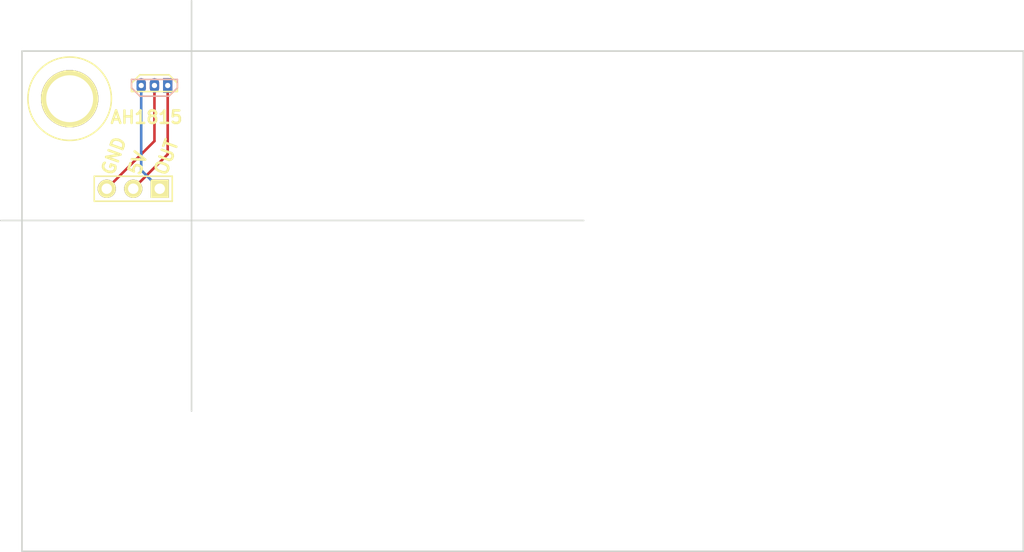
<source format=kicad_pcb>
(kicad_pcb (version 4) (host pcbnew 4.0.7-e2-6376~58~ubuntu16.04.1)

  (general
    (links 3)
    (no_connects 0)
    (area 19.924999 19.924999 116.075001 68.075001)
    (thickness 1.6)
    (drawings 10)
    (tracks 6)
    (zones 0)
    (modules 3)
    (nets 4)
  )

  (page User 150.012 119.99)
  (title_block
    (title "Splitflap sensor board")
    (company "Scott Bezek")
    (comment 1 https://github.com/scottbez1/splitflap)
  )

  (layers
    (0 F.Cu signal)
    (31 B.Cu signal)
    (32 B.Adhes user)
    (33 F.Adhes user)
    (34 B.Paste user)
    (35 F.Paste user)
    (36 B.SilkS user)
    (37 F.SilkS user)
    (38 B.Mask user)
    (39 F.Mask user)
    (40 Dwgs.User user)
    (41 Cmts.User user)
    (42 Eco1.User user)
    (43 Eco2.User user)
    (44 Edge.Cuts user)
    (45 Margin user)
    (46 B.CrtYd user)
    (47 F.CrtYd user)
    (48 B.Fab user)
    (49 F.Fab user)
  )

  (setup
    (last_trace_width 0.25)
    (user_trace_width 0.25)
    (trace_clearance 0.2)
    (zone_clearance 0.508)
    (zone_45_only yes)
    (trace_min 0.2)
    (segment_width 0.2)
    (edge_width 0.15)
    (via_size 0.6)
    (via_drill 0.4)
    (via_min_size 0.4)
    (via_min_drill 0.3)
    (uvia_size 0.3)
    (uvia_drill 0.1)
    (uvias_allowed no)
    (uvia_min_size 0.2)
    (uvia_min_drill 0.1)
    (pcb_text_width 0.3)
    (pcb_text_size 1.5 1.5)
    (mod_edge_width 0.15)
    (mod_text_size 1 1)
    (mod_text_width 0.15)
    (pad_size 9 5.5)
    (pad_drill 8)
    (pad_to_mask_clearance 0.2)
    (aux_axis_origin 0 0)
    (grid_origin 20 20)
    (visible_elements FFFFFF7F)
    (pcbplotparams
      (layerselection 0x010f0_80000001)
      (usegerberextensions false)
      (excludeedgelayer false)
      (linewidth 0.100000)
      (plotframeref true)
      (viasonmask false)
      (mode 1)
      (useauxorigin false)
      (hpglpennumber 1)
      (hpglpenspeed 20)
      (hpglpendiameter 15)
      (hpglpenoverlay 2)
      (psnegative false)
      (psa4output false)
      (plotreference true)
      (plotvalue true)
      (plotinvisibletext false)
      (padsonsilk false)
      (subtractmaskfromsilk false)
      (outputformat 4)
      (mirror false)
      (drillshape 1)
      (scaleselection 1)
      (outputdirectory build/))
  )

  (net 0 "")
  (net 1 "Net-(P1-Pad3)")
  (net 2 "Net-(P1-Pad2)")
  (net 3 "Net-(P1-Pad1)")

  (net_class Default "This is the default net class."
    (clearance 0.2)
    (trace_width 0.25)
    (via_dia 0.6)
    (via_drill 0.4)
    (uvia_dia 0.3)
    (uvia_drill 0.1)
  )

  (net_class 5V ""
    (clearance 0.24)
    (trace_width 0.35)
    (via_dia 0.6)
    (via_drill 0.4)
    (uvia_dia 0.3)
    (uvia_drill 0.1)
  )

  (net_class MOTOR_POWER ""
    (clearance 0.3)
    (trace_width 0.5)
    (via_dia 0.6)
    (via_drill 0.4)
    (uvia_dia 0.3)
    (uvia_drill 0.1)
    (add_net "Net-(P1-Pad1)")
    (add_net "Net-(P1-Pad2)")
    (add_net "Net-(P1-Pad3)")
  )

  (net_class VMOT ""
    (clearance 0.3)
    (trace_width 1)
    (via_dia 0.6)
    (via_drill 0.4)
    (uvia_dia 0.3)
    (uvia_drill 0.1)
  )

  (module PinHeaders:Pin_Header_Straight_1x03 (layer F.Cu) (tedit 5B63E8CD) (tstamp 5B63BF29)
    (at 33.208 33.208 270)
    (descr "Through hole pin header")
    (tags "pin header")
    (path /56499725)
    (fp_text reference P1 (at -2.032 0 360) (layer F.SilkS) hide
      (effects (font (size 1 1) (thickness 0.15)))
    )
    (fp_text value SENSOR (at -2.032 4.318 360) (layer F.Fab) hide
      (effects (font (size 1 1) (thickness 0.15)))
    )
    (fp_line (start -1.2 6.28) (end 1.2 6.28) (layer F.SilkS) (width 0.15))
    (fp_line (start -1.2 -1.2) (end -1.2 6.28) (layer F.SilkS) (width 0.15))
    (fp_line (start 1.2 -1.2) (end 1.2 6.28) (layer F.SilkS) (width 0.15))
    (fp_line (start -1.2 -1.2) (end 1.2 -1.2) (layer F.SilkS) (width 0.15))
    (pad 1 thru_hole rect (at 0 0 270) (size 1.75 1.75) (drill 1) (layers *.Cu *.Mask F.SilkS)
      (net 3 "Net-(P1-Pad1)"))
    (pad 2 thru_hole circle (at 0 2.54 270) (size 1.75 1.75) (drill 1) (layers *.Cu *.Mask F.SilkS)
      (net 2 "Net-(P1-Pad2)"))
    (pad 3 thru_hole circle (at 0 5.08 270) (size 1.75 1.75) (drill 1) (layers *.Cu *.Mask F.SilkS)
      (net 1 "Net-(P1-Pad3)"))
    (model Pin_Headers.3dshapes/Pin_Header_Straight_1x03.wrl
      (at (xyz 0 -0.1 0))
      (scale (xyz 1 1 1))
      (rotate (xyz 0 0 90))
    )
  )

  (module MountingHoles:M4_mount (layer F.Cu) (tedit 566491C2) (tstamp 5B63E58D)
    (at 24.572 24.572)
    (fp_text reference Z1 (at 0 1.7) (layer F.SilkS) hide
      (effects (font (size 1 1) (thickness 0.15)))
    )
    (fp_text value MOUNT (at 0 -1.5) (layer F.Fab) hide
      (effects (font (size 1 1) (thickness 0.15)))
    )
    (fp_circle (center 0 0) (end 4 0) (layer F.SilkS) (width 0.15))
    (pad 1 thru_hole circle (at 0 0) (size 5.5 5.5) (drill 4.5) (layers *.Cu *.Mask F.SilkS)
      (clearance 1.5))
  )

  (module ah1815:AH1815 (layer B.Cu) (tedit 5B63ECD1) (tstamp 5B63BF36)
    (at 32.7 23.302 180)
    (path /5B63B9BC)
    (fp_text reference U1 (at 5.08 1.27 180) (layer B.SilkS) hide
      (effects (font (size 1 1) (thickness 0.15)) (justify mirror))
    )
    (fp_text value AH1815 (at 0 2.54 180) (layer B.Fab) hide
      (effects (font (size 1 1) (thickness 0.15)) (justify mirror))
    )
    (fp_line (start 2.2 -0.58) (end -2.2 -0.58) (layer F.SilkS) (width 0.15))
    (fp_line (start 2.2 0.22) (end 2.2 -0.58) (layer F.SilkS) (width 0.15))
    (fp_line (start -2.2 0.22) (end -2.2 -0.58) (layer F.SilkS) (width 0.15))
    (fp_line (start 2.2 0.22) (end 1.4 1.02) (layer F.SilkS) (width 0.15))
    (fp_line (start -2.2 0.22) (end -1.4 1.02) (layer F.SilkS) (width 0.15))
    (fp_line (start 1.4 1.02) (end -1.4 1.02) (layer F.SilkS) (width 0.15))
    (fp_line (start -1.4 -1.02) (end 1.4 -1.03) (layer B.SilkS) (width 0.15))
    (fp_line (start 2.2 -0.22) (end 1.4 -1.02) (layer B.SilkS) (width 0.15))
    (fp_line (start -2.2 -0.22) (end -1.4 -1.02) (layer B.SilkS) (width 0.15))
    (fp_line (start 2.2 -0.22) (end 2.2 0.58) (layer B.SilkS) (width 0.15))
    (fp_line (start -2.2 -0.22) (end -2.2 0.58) (layer B.SilkS) (width 0.15))
    (fp_line (start -2.2 0.58) (end 2.2 0.58) (layer B.SilkS) (width 0.15))
    (pad 1 thru_hole rect (at -1.27 0 180) (size 0.9 1.4) (drill 0.5) (layers *.Cu *.Mask)
      (net 2 "Net-(P1-Pad2)"))
    (pad 2 thru_hole oval (at 0 0 180) (size 0.9 1.4) (drill 0.5) (layers *.Cu *.Mask)
      (net 1 "Net-(P1-Pad3)"))
    (pad 3 thru_hole oval (at 1.27 0 180) (size 0.9 1.4) (drill 0.5) (layers *.Cu *.Mask)
      (net 3 "Net-(P1-Pad1)"))
  )

  (gr_text AH1815 (at 31.938 26.35) (layer F.SilkS)
    (effects (font (size 1.2 1.2) (thickness 0.24)))
  )
  (gr_text OUT (at 33.208 31.938 70) (layer F.SilkS)
    (effects (font (size 1.2 1.2) (thickness 0.25)) (justify left))
  )
  (gr_text 5V (at 30.668 31.938 70) (layer F.SilkS)
    (effects (font (size 1.2 1.2) (thickness 0.25)) (justify left))
  )
  (gr_text GND (at 28.128 31.938 70) (layer F.SilkS)
    (effects (font (size 1.2 1.2) (thickness 0.25)) (justify left))
  )
  (gr_line (start 36.256 15.174) (end 36.256 54.544) (angle 90) (layer Edge.Cuts) (width 0.15))
  (gr_line (start 17.968 36.256) (end 73.848 36.256) (angle 90) (layer Edge.Cuts) (width 0.15))
  (gr_line (start 116 20) (end 116 68) (angle 90) (layer Edge.Cuts) (width 0.15))
  (gr_line (start 20 68) (end 20 20) (angle 90) (layer Edge.Cuts) (width 0.15))
  (gr_line (start 116 68) (end 20 68) (angle 90) (layer Edge.Cuts) (width 0.15))
  (gr_line (start 20 20) (end 116 20) (angle 90) (layer Edge.Cuts) (width 0.15))

  (segment (start 32.7 23.302) (end 32.7 28.636) (width 0.25) (layer F.Cu) (net 1))
  (segment (start 32.7 28.636) (end 28.128 33.208) (width 0.25) (layer F.Cu) (net 1))
  (segment (start 33.97 23.302) (end 33.97 29.906) (width 0.25) (layer F.Cu) (net 2))
  (segment (start 33.97 29.906) (end 30.668 33.208) (width 0.25) (layer F.Cu) (net 2))
  (segment (start 31.43 23.302) (end 31.43 31.43) (width 0.25) (layer B.Cu) (net 3))
  (segment (start 31.43 31.43) (end 33.208 33.208) (width 0.25) (layer B.Cu) (net 3))

)

</source>
